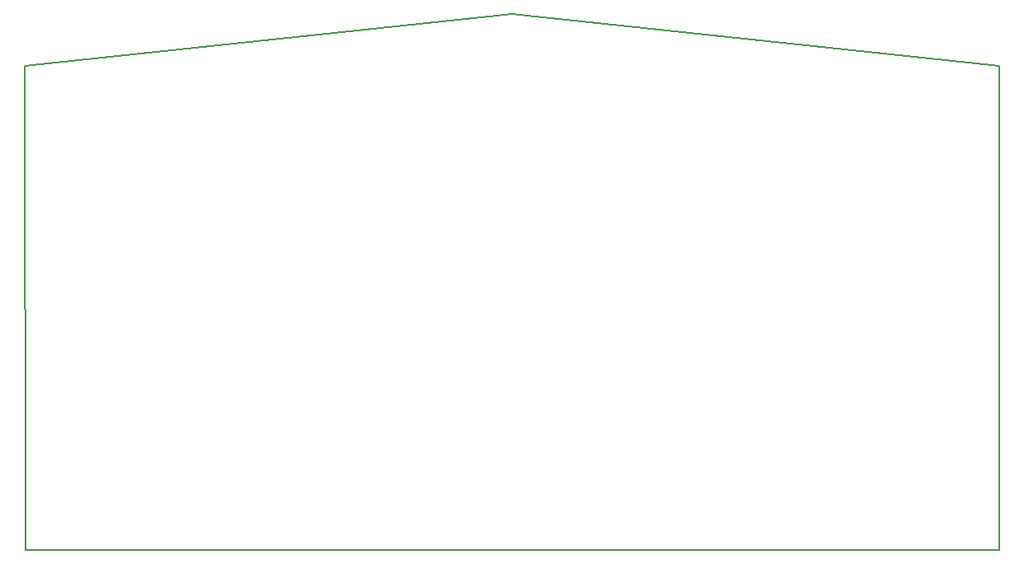
<source format=gm1>
G04 #@! TF.GenerationSoftware,KiCad,Pcbnew,7.0.1*
G04 #@! TF.CreationDate,2024-03-21T11:39:08+08:00*
G04 #@! TF.ProjectId,chupico_openithm,63687570-6963-46f5-9f6f-70656e697468,rev?*
G04 #@! TF.SameCoordinates,Original*
G04 #@! TF.FileFunction,Profile,NP*
%FSLAX46Y46*%
G04 Gerber Fmt 4.6, Leading zero omitted, Abs format (unit mm)*
G04 Created by KiCad (PCBNEW 7.0.1) date 2024-03-21 11:39:08*
%MOMM*%
%LPD*%
G01*
G04 APERTURE LIST*
G04 #@! TA.AperFunction,Profile*
%ADD10C,0.150000*%
G04 #@! TD*
G04 APERTURE END LIST*
D10*
X90200000Y-60700000D02*
X90220000Y-110490000D01*
X190220000Y-110490000D02*
X190200000Y-60700000D01*
X140170000Y-55406000D02*
X90200000Y-60700000D01*
X90220000Y-110490000D02*
X190220000Y-110490000D01*
X140170000Y-55406000D02*
X190200000Y-60700000D01*
M02*

</source>
